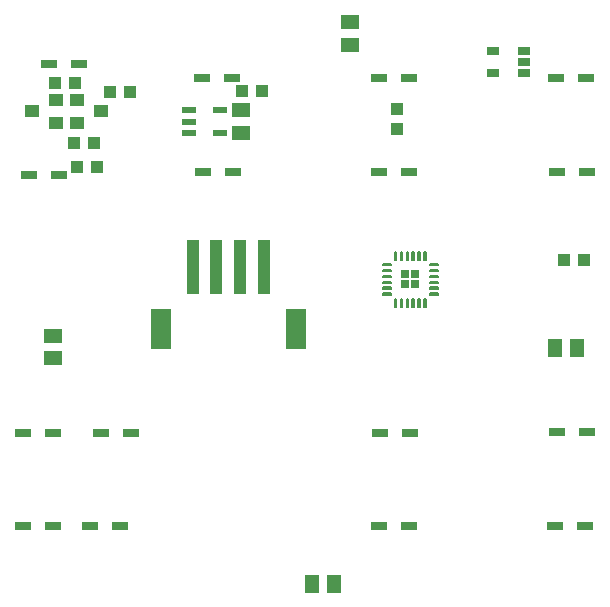
<source format=gbr>
G04 EAGLE Gerber RS-274X export*
G75*
%MOMM*%
%FSLAX34Y34*%
%LPD*%
%INSolderpaste Top*%
%IPPOS*%
%AMOC8*
5,1,8,0,0,1.08239X$1,22.5*%
G01*
%ADD10R,1.240000X1.500000*%
%ADD11R,1.500000X1.240000*%
%ADD12C,0.140000*%
%ADD13R,0.650000X0.650000*%
%ADD14R,1.075000X1.000000*%
%ADD15R,1.350000X0.800000*%
%ADD16R,1.200000X0.550000*%
%ADD17R,1.000000X1.075000*%
%ADD18R,1.000000X4.600000*%
%ADD19R,1.700000X3.400000*%
%ADD20R,1.200000X1.000000*%
%ADD21R,0.990000X0.690000*%


D10*
X211480Y-39370D03*
X230480Y-39370D03*
D11*
X-213360Y-28600D03*
X-213360Y-47600D03*
D10*
X5740Y-238680D03*
X24740Y-238680D03*
D11*
X38100Y217830D03*
X38100Y236830D03*
D12*
X102570Y42270D02*
X102570Y35670D01*
X101170Y35670D01*
X101170Y42270D01*
X102570Y42270D01*
X102570Y37000D02*
X101170Y37000D01*
X101170Y38330D02*
X102570Y38330D01*
X102570Y39660D02*
X101170Y39660D01*
X101170Y40990D02*
X102570Y40990D01*
X97570Y42270D02*
X97570Y35670D01*
X96170Y35670D01*
X96170Y42270D01*
X97570Y42270D01*
X97570Y37000D02*
X96170Y37000D01*
X96170Y38330D02*
X97570Y38330D01*
X97570Y39660D02*
X96170Y39660D01*
X96170Y40990D02*
X97570Y40990D01*
X92570Y42270D02*
X92570Y35670D01*
X91170Y35670D01*
X91170Y42270D01*
X92570Y42270D01*
X92570Y37000D02*
X91170Y37000D01*
X91170Y38330D02*
X92570Y38330D01*
X92570Y39660D02*
X91170Y39660D01*
X91170Y40990D02*
X92570Y40990D01*
X87570Y42270D02*
X87570Y35670D01*
X86170Y35670D01*
X86170Y42270D01*
X87570Y42270D01*
X87570Y37000D02*
X86170Y37000D01*
X86170Y38330D02*
X87570Y38330D01*
X87570Y39660D02*
X86170Y39660D01*
X86170Y40990D02*
X87570Y40990D01*
X82570Y42270D02*
X82570Y35670D01*
X81170Y35670D01*
X81170Y42270D01*
X82570Y42270D01*
X82570Y37000D02*
X81170Y37000D01*
X81170Y38330D02*
X82570Y38330D01*
X82570Y39660D02*
X81170Y39660D01*
X81170Y40990D02*
X82570Y40990D01*
X77570Y42270D02*
X77570Y35670D01*
X76170Y35670D01*
X76170Y42270D01*
X77570Y42270D01*
X77570Y37000D02*
X76170Y37000D01*
X76170Y38330D02*
X77570Y38330D01*
X77570Y39660D02*
X76170Y39660D01*
X76170Y40990D02*
X77570Y40990D01*
X72670Y30770D02*
X66070Y30770D01*
X66070Y32170D01*
X72670Y32170D01*
X72670Y30770D01*
X72670Y32100D02*
X66070Y32100D01*
X66070Y25770D02*
X72670Y25770D01*
X66070Y25770D02*
X66070Y27170D01*
X72670Y27170D01*
X72670Y25770D01*
X72670Y27100D02*
X66070Y27100D01*
X66070Y20770D02*
X72670Y20770D01*
X66070Y20770D02*
X66070Y22170D01*
X72670Y22170D01*
X72670Y20770D01*
X72670Y22100D02*
X66070Y22100D01*
X66070Y15770D02*
X72670Y15770D01*
X66070Y15770D02*
X66070Y17170D01*
X72670Y17170D01*
X72670Y15770D01*
X72670Y17100D02*
X66070Y17100D01*
X66070Y10770D02*
X72670Y10770D01*
X66070Y10770D02*
X66070Y12170D01*
X72670Y12170D01*
X72670Y10770D01*
X72670Y12100D02*
X66070Y12100D01*
X66070Y5770D02*
X72670Y5770D01*
X66070Y5770D02*
X66070Y7170D01*
X72670Y7170D01*
X72670Y5770D01*
X72670Y7100D02*
X66070Y7100D01*
X76170Y2270D02*
X76170Y-4330D01*
X76170Y2270D02*
X77570Y2270D01*
X77570Y-4330D01*
X76170Y-4330D01*
X76170Y-3000D02*
X77570Y-3000D01*
X77570Y-1670D02*
X76170Y-1670D01*
X76170Y-340D02*
X77570Y-340D01*
X77570Y990D02*
X76170Y990D01*
X81170Y2270D02*
X81170Y-4330D01*
X81170Y2270D02*
X82570Y2270D01*
X82570Y-4330D01*
X81170Y-4330D01*
X81170Y-3000D02*
X82570Y-3000D01*
X82570Y-1670D02*
X81170Y-1670D01*
X81170Y-340D02*
X82570Y-340D01*
X82570Y990D02*
X81170Y990D01*
X86170Y2270D02*
X86170Y-4330D01*
X86170Y2270D02*
X87570Y2270D01*
X87570Y-4330D01*
X86170Y-4330D01*
X86170Y-3000D02*
X87570Y-3000D01*
X87570Y-1670D02*
X86170Y-1670D01*
X86170Y-340D02*
X87570Y-340D01*
X87570Y990D02*
X86170Y990D01*
X91170Y2270D02*
X91170Y-4330D01*
X91170Y2270D02*
X92570Y2270D01*
X92570Y-4330D01*
X91170Y-4330D01*
X91170Y-3000D02*
X92570Y-3000D01*
X92570Y-1670D02*
X91170Y-1670D01*
X91170Y-340D02*
X92570Y-340D01*
X92570Y990D02*
X91170Y990D01*
X96170Y2270D02*
X96170Y-4330D01*
X96170Y2270D02*
X97570Y2270D01*
X97570Y-4330D01*
X96170Y-4330D01*
X96170Y-3000D02*
X97570Y-3000D01*
X97570Y-1670D02*
X96170Y-1670D01*
X96170Y-340D02*
X97570Y-340D01*
X97570Y990D02*
X96170Y990D01*
X101170Y2270D02*
X101170Y-4330D01*
X101170Y2270D02*
X102570Y2270D01*
X102570Y-4330D01*
X101170Y-4330D01*
X101170Y-3000D02*
X102570Y-3000D01*
X102570Y-1670D02*
X101170Y-1670D01*
X101170Y-340D02*
X102570Y-340D01*
X102570Y990D02*
X101170Y990D01*
X106070Y7170D02*
X112670Y7170D01*
X112670Y5770D01*
X106070Y5770D01*
X106070Y7170D01*
X106070Y7100D02*
X112670Y7100D01*
X112670Y12170D02*
X106070Y12170D01*
X112670Y12170D02*
X112670Y10770D01*
X106070Y10770D01*
X106070Y12170D01*
X106070Y12100D02*
X112670Y12100D01*
X112670Y17170D02*
X106070Y17170D01*
X112670Y17170D02*
X112670Y15770D01*
X106070Y15770D01*
X106070Y17170D01*
X106070Y17100D02*
X112670Y17100D01*
X112670Y22170D02*
X106070Y22170D01*
X112670Y22170D02*
X112670Y20770D01*
X106070Y20770D01*
X106070Y22170D01*
X106070Y22100D02*
X112670Y22100D01*
X112670Y27170D02*
X106070Y27170D01*
X112670Y27170D02*
X112670Y25770D01*
X106070Y25770D01*
X106070Y27170D01*
X106070Y27100D02*
X112670Y27100D01*
X112670Y32170D02*
X106070Y32170D01*
X112670Y32170D02*
X112670Y30770D01*
X106070Y30770D01*
X106070Y32170D01*
X106070Y32100D02*
X112670Y32100D01*
D13*
X93620Y14720D03*
X85120Y14720D03*
X93620Y23220D03*
X85120Y23220D03*
D14*
X219320Y35080D03*
X236320Y35080D03*
D15*
X238180Y189660D03*
X212780Y189660D03*
X88320Y189800D03*
X62920Y189800D03*
X-87050Y189800D03*
X-61650Y189800D03*
X-216350Y201170D03*
X-190950Y201170D03*
X238650Y109920D03*
X213250Y109920D03*
X88490Y109920D03*
X63090Y109920D03*
X-86110Y109920D03*
X-60710Y109920D03*
X-233730Y107380D03*
X-208330Y107380D03*
X239250Y-110060D03*
X213850Y-110060D03*
X89390Y-111270D03*
X63990Y-111270D03*
X-146990Y-111140D03*
X-172390Y-111140D03*
X-239010Y-111410D03*
X-213610Y-111410D03*
X237230Y-189580D03*
X211830Y-189580D03*
X88640Y-189640D03*
X63240Y-189640D03*
X-156470Y-189930D03*
X-181870Y-189930D03*
X-238500Y-189500D03*
X-213100Y-189500D03*
D14*
X-53010Y178750D03*
X-36010Y178750D03*
D11*
X-53980Y161960D03*
X-53980Y142960D03*
D16*
X-97931Y161960D03*
X-97931Y152460D03*
X-97931Y142960D03*
X-71929Y142960D03*
X-71929Y161960D03*
D17*
X77700Y146500D03*
X77700Y163500D03*
D18*
X-34770Y29380D03*
X-54770Y29380D03*
D19*
X-7770Y-22620D03*
X-121770Y-22620D03*
D18*
X-74770Y29380D03*
X-94770Y29380D03*
D14*
X-178190Y134620D03*
X-195190Y134620D03*
X-211700Y185420D03*
X-194700Y185420D03*
X-164710Y177800D03*
X-147710Y177800D03*
X-192650Y114300D03*
X-175650Y114300D03*
D20*
X-172880Y161290D03*
X-192880Y151790D03*
X-192880Y170790D03*
X-230980Y161290D03*
X-210980Y170790D03*
X-210980Y151790D03*
D21*
X185620Y193700D03*
X185620Y203200D03*
X185620Y212700D03*
X159720Y212700D03*
X159720Y193700D03*
M02*

</source>
